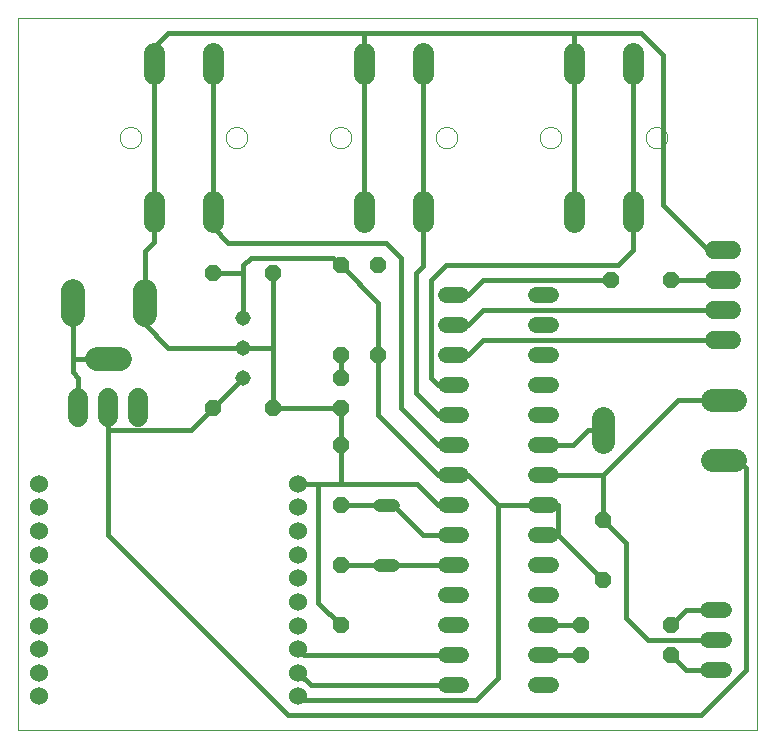
<source format=gbl>
G75*
%MOIN*%
%OFA0B0*%
%FSLAX24Y24*%
%IPPOS*%
%LPD*%
%AMOC8*
5,1,8,0,0,1.08239X$1,22.5*
%
%ADD10C,0.0000*%
%ADD11C,0.0520*%
%ADD12C,0.0440*%
%ADD13OC8,0.0520*%
%ADD14C,0.0600*%
%ADD15C,0.0705*%
%ADD16C,0.0780*%
%ADD17C,0.0600*%
%ADD18C,0.0515*%
%ADD19C,0.0787*%
%ADD20C,0.0650*%
%ADD21C,0.0160*%
D10*
X001300Y002006D02*
X001300Y025752D01*
X025920Y025752D01*
X025920Y002006D01*
X001300Y002006D01*
X004675Y021756D02*
X004677Y021793D01*
X004683Y021830D01*
X004692Y021866D01*
X004706Y021900D01*
X004723Y021933D01*
X004743Y021965D01*
X004766Y021994D01*
X004792Y022020D01*
X004821Y022043D01*
X004852Y022063D01*
X004886Y022080D01*
X004920Y022094D01*
X004956Y022103D01*
X004993Y022109D01*
X005030Y022111D01*
X005067Y022109D01*
X005104Y022103D01*
X005140Y022094D01*
X005174Y022080D01*
X005207Y022063D01*
X005239Y022043D01*
X005268Y022020D01*
X005294Y021994D01*
X005317Y021965D01*
X005337Y021934D01*
X005354Y021900D01*
X005368Y021866D01*
X005377Y021830D01*
X005383Y021793D01*
X005385Y021756D01*
X005383Y021719D01*
X005377Y021682D01*
X005368Y021646D01*
X005354Y021612D01*
X005337Y021579D01*
X005317Y021547D01*
X005294Y021518D01*
X005268Y021492D01*
X005239Y021469D01*
X005208Y021449D01*
X005174Y021432D01*
X005140Y021418D01*
X005104Y021409D01*
X005067Y021403D01*
X005030Y021401D01*
X004993Y021403D01*
X004956Y021409D01*
X004920Y021418D01*
X004886Y021432D01*
X004853Y021449D01*
X004821Y021469D01*
X004792Y021492D01*
X004766Y021518D01*
X004743Y021547D01*
X004723Y021578D01*
X004706Y021612D01*
X004692Y021646D01*
X004683Y021682D01*
X004677Y021719D01*
X004675Y021756D01*
X008215Y021756D02*
X008217Y021793D01*
X008223Y021830D01*
X008232Y021866D01*
X008246Y021900D01*
X008263Y021933D01*
X008283Y021965D01*
X008306Y021994D01*
X008332Y022020D01*
X008361Y022043D01*
X008392Y022063D01*
X008426Y022080D01*
X008460Y022094D01*
X008496Y022103D01*
X008533Y022109D01*
X008570Y022111D01*
X008607Y022109D01*
X008644Y022103D01*
X008680Y022094D01*
X008714Y022080D01*
X008747Y022063D01*
X008779Y022043D01*
X008808Y022020D01*
X008834Y021994D01*
X008857Y021965D01*
X008877Y021934D01*
X008894Y021900D01*
X008908Y021866D01*
X008917Y021830D01*
X008923Y021793D01*
X008925Y021756D01*
X008923Y021719D01*
X008917Y021682D01*
X008908Y021646D01*
X008894Y021612D01*
X008877Y021579D01*
X008857Y021547D01*
X008834Y021518D01*
X008808Y021492D01*
X008779Y021469D01*
X008748Y021449D01*
X008714Y021432D01*
X008680Y021418D01*
X008644Y021409D01*
X008607Y021403D01*
X008570Y021401D01*
X008533Y021403D01*
X008496Y021409D01*
X008460Y021418D01*
X008426Y021432D01*
X008393Y021449D01*
X008361Y021469D01*
X008332Y021492D01*
X008306Y021518D01*
X008283Y021547D01*
X008263Y021578D01*
X008246Y021612D01*
X008232Y021646D01*
X008223Y021682D01*
X008217Y021719D01*
X008215Y021756D01*
X011675Y021756D02*
X011677Y021793D01*
X011683Y021830D01*
X011692Y021866D01*
X011706Y021900D01*
X011723Y021933D01*
X011743Y021965D01*
X011766Y021994D01*
X011792Y022020D01*
X011821Y022043D01*
X011852Y022063D01*
X011886Y022080D01*
X011920Y022094D01*
X011956Y022103D01*
X011993Y022109D01*
X012030Y022111D01*
X012067Y022109D01*
X012104Y022103D01*
X012140Y022094D01*
X012174Y022080D01*
X012207Y022063D01*
X012239Y022043D01*
X012268Y022020D01*
X012294Y021994D01*
X012317Y021965D01*
X012337Y021934D01*
X012354Y021900D01*
X012368Y021866D01*
X012377Y021830D01*
X012383Y021793D01*
X012385Y021756D01*
X012383Y021719D01*
X012377Y021682D01*
X012368Y021646D01*
X012354Y021612D01*
X012337Y021579D01*
X012317Y021547D01*
X012294Y021518D01*
X012268Y021492D01*
X012239Y021469D01*
X012208Y021449D01*
X012174Y021432D01*
X012140Y021418D01*
X012104Y021409D01*
X012067Y021403D01*
X012030Y021401D01*
X011993Y021403D01*
X011956Y021409D01*
X011920Y021418D01*
X011886Y021432D01*
X011853Y021449D01*
X011821Y021469D01*
X011792Y021492D01*
X011766Y021518D01*
X011743Y021547D01*
X011723Y021578D01*
X011706Y021612D01*
X011692Y021646D01*
X011683Y021682D01*
X011677Y021719D01*
X011675Y021756D01*
X015215Y021756D02*
X015217Y021793D01*
X015223Y021830D01*
X015232Y021866D01*
X015246Y021900D01*
X015263Y021933D01*
X015283Y021965D01*
X015306Y021994D01*
X015332Y022020D01*
X015361Y022043D01*
X015392Y022063D01*
X015426Y022080D01*
X015460Y022094D01*
X015496Y022103D01*
X015533Y022109D01*
X015570Y022111D01*
X015607Y022109D01*
X015644Y022103D01*
X015680Y022094D01*
X015714Y022080D01*
X015747Y022063D01*
X015779Y022043D01*
X015808Y022020D01*
X015834Y021994D01*
X015857Y021965D01*
X015877Y021934D01*
X015894Y021900D01*
X015908Y021866D01*
X015917Y021830D01*
X015923Y021793D01*
X015925Y021756D01*
X015923Y021719D01*
X015917Y021682D01*
X015908Y021646D01*
X015894Y021612D01*
X015877Y021579D01*
X015857Y021547D01*
X015834Y021518D01*
X015808Y021492D01*
X015779Y021469D01*
X015748Y021449D01*
X015714Y021432D01*
X015680Y021418D01*
X015644Y021409D01*
X015607Y021403D01*
X015570Y021401D01*
X015533Y021403D01*
X015496Y021409D01*
X015460Y021418D01*
X015426Y021432D01*
X015393Y021449D01*
X015361Y021469D01*
X015332Y021492D01*
X015306Y021518D01*
X015283Y021547D01*
X015263Y021578D01*
X015246Y021612D01*
X015232Y021646D01*
X015223Y021682D01*
X015217Y021719D01*
X015215Y021756D01*
X018675Y021756D02*
X018677Y021793D01*
X018683Y021830D01*
X018692Y021866D01*
X018706Y021900D01*
X018723Y021933D01*
X018743Y021965D01*
X018766Y021994D01*
X018792Y022020D01*
X018821Y022043D01*
X018852Y022063D01*
X018886Y022080D01*
X018920Y022094D01*
X018956Y022103D01*
X018993Y022109D01*
X019030Y022111D01*
X019067Y022109D01*
X019104Y022103D01*
X019140Y022094D01*
X019174Y022080D01*
X019207Y022063D01*
X019239Y022043D01*
X019268Y022020D01*
X019294Y021994D01*
X019317Y021965D01*
X019337Y021934D01*
X019354Y021900D01*
X019368Y021866D01*
X019377Y021830D01*
X019383Y021793D01*
X019385Y021756D01*
X019383Y021719D01*
X019377Y021682D01*
X019368Y021646D01*
X019354Y021612D01*
X019337Y021579D01*
X019317Y021547D01*
X019294Y021518D01*
X019268Y021492D01*
X019239Y021469D01*
X019208Y021449D01*
X019174Y021432D01*
X019140Y021418D01*
X019104Y021409D01*
X019067Y021403D01*
X019030Y021401D01*
X018993Y021403D01*
X018956Y021409D01*
X018920Y021418D01*
X018886Y021432D01*
X018853Y021449D01*
X018821Y021469D01*
X018792Y021492D01*
X018766Y021518D01*
X018743Y021547D01*
X018723Y021578D01*
X018706Y021612D01*
X018692Y021646D01*
X018683Y021682D01*
X018677Y021719D01*
X018675Y021756D01*
X022215Y021756D02*
X022217Y021793D01*
X022223Y021830D01*
X022232Y021866D01*
X022246Y021900D01*
X022263Y021933D01*
X022283Y021965D01*
X022306Y021994D01*
X022332Y022020D01*
X022361Y022043D01*
X022392Y022063D01*
X022426Y022080D01*
X022460Y022094D01*
X022496Y022103D01*
X022533Y022109D01*
X022570Y022111D01*
X022607Y022109D01*
X022644Y022103D01*
X022680Y022094D01*
X022714Y022080D01*
X022747Y022063D01*
X022779Y022043D01*
X022808Y022020D01*
X022834Y021994D01*
X022857Y021965D01*
X022877Y021934D01*
X022894Y021900D01*
X022908Y021866D01*
X022917Y021830D01*
X022923Y021793D01*
X022925Y021756D01*
X022923Y021719D01*
X022917Y021682D01*
X022908Y021646D01*
X022894Y021612D01*
X022877Y021579D01*
X022857Y021547D01*
X022834Y021518D01*
X022808Y021492D01*
X022779Y021469D01*
X022748Y021449D01*
X022714Y021432D01*
X022680Y021418D01*
X022644Y021409D01*
X022607Y021403D01*
X022570Y021401D01*
X022533Y021403D01*
X022496Y021409D01*
X022460Y021418D01*
X022426Y021432D01*
X022393Y021449D01*
X022361Y021469D01*
X022332Y021492D01*
X022306Y021518D01*
X022283Y021547D01*
X022263Y021578D01*
X022246Y021612D01*
X022232Y021646D01*
X022223Y021682D01*
X022217Y021719D01*
X022215Y021756D01*
D11*
X019060Y016506D02*
X018540Y016506D01*
X018540Y015506D02*
X019060Y015506D01*
X019060Y014506D02*
X018540Y014506D01*
X018540Y013506D02*
X019060Y013506D01*
X019060Y012506D02*
X018540Y012506D01*
X018540Y011506D02*
X019060Y011506D01*
X019060Y010506D02*
X018540Y010506D01*
X018540Y009506D02*
X019060Y009506D01*
X019060Y008506D02*
X018540Y008506D01*
X018540Y007506D02*
X019060Y007506D01*
X019060Y006506D02*
X018540Y006506D01*
X018540Y005506D02*
X019060Y005506D01*
X019060Y004506D02*
X018540Y004506D01*
X018540Y003506D02*
X019060Y003506D01*
X016060Y003506D02*
X015540Y003506D01*
X015540Y004506D02*
X016060Y004506D01*
X016060Y005506D02*
X015540Y005506D01*
X015540Y006506D02*
X016060Y006506D01*
X016060Y007506D02*
X015540Y007506D01*
X015540Y008506D02*
X016060Y008506D01*
X016060Y009506D02*
X015540Y009506D01*
X015540Y010506D02*
X016060Y010506D01*
X016060Y011506D02*
X015540Y011506D01*
X015540Y012506D02*
X016060Y012506D01*
X016060Y013506D02*
X015540Y013506D01*
X015540Y014506D02*
X016060Y014506D01*
X016060Y015506D02*
X015540Y015506D01*
X015540Y016506D02*
X016060Y016506D01*
X024290Y006006D02*
X024810Y006006D01*
X024810Y005006D02*
X024290Y005006D01*
X024290Y004006D02*
X024810Y004006D01*
D12*
X013770Y007506D02*
X013330Y007506D01*
X013330Y009506D02*
X013770Y009506D01*
D13*
X012050Y009506D03*
X012050Y007506D03*
X012050Y005506D03*
X012050Y011506D03*
X012050Y012756D03*
X012050Y013756D03*
X012050Y014506D03*
X013300Y014506D03*
X013300Y017506D03*
X012050Y017506D03*
X009800Y017256D03*
X007800Y017256D03*
X007800Y012756D03*
X009800Y012756D03*
X020050Y005506D03*
X020050Y004506D03*
X020800Y007006D03*
X020800Y009006D03*
X023050Y005506D03*
X023050Y004506D03*
X023050Y017006D03*
X021050Y017006D03*
D14*
X024500Y017006D02*
X025100Y017006D01*
X025100Y016006D02*
X024500Y016006D01*
X024500Y015006D02*
X025100Y015006D01*
X025100Y018006D02*
X024500Y018006D01*
D15*
X021780Y018944D02*
X021780Y019649D01*
X019820Y019649D02*
X019820Y018944D01*
X019820Y023864D02*
X019820Y024569D01*
X021780Y024569D02*
X021780Y023864D01*
X014780Y023864D02*
X014780Y024569D01*
X012820Y024569D02*
X012820Y023864D01*
X012820Y019649D02*
X012820Y018944D01*
X014780Y018944D02*
X014780Y019649D01*
X007780Y019649D02*
X007780Y018944D01*
X005820Y018944D02*
X005820Y019649D01*
X005820Y023864D02*
X005820Y024569D01*
X007780Y024569D02*
X007780Y023864D01*
D16*
X020800Y012396D02*
X020800Y011616D01*
X024410Y011006D02*
X025190Y011006D01*
X025190Y013006D02*
X024410Y013006D01*
D17*
X010631Y010219D03*
X010631Y009431D03*
X010631Y008644D03*
X010631Y007857D03*
X010631Y007069D03*
X010631Y006282D03*
X010631Y005494D03*
X010631Y004707D03*
X010631Y003920D03*
X010631Y003132D03*
X001969Y003132D03*
X001969Y003920D03*
X001969Y004707D03*
X001969Y005494D03*
X001969Y006282D03*
X001969Y007069D03*
X001969Y007857D03*
X001969Y008644D03*
X001969Y009431D03*
X001969Y010219D03*
D18*
X008800Y013756D03*
X008800Y014756D03*
X008800Y015756D03*
D19*
X005520Y015862D02*
X005520Y016650D01*
X004694Y014366D02*
X003906Y014366D01*
X003119Y015862D02*
X003119Y016650D01*
D20*
X003300Y013081D02*
X003300Y012431D01*
X004300Y012431D02*
X004300Y013081D01*
X005300Y013081D02*
X005300Y012431D01*
D21*
X004300Y012756D02*
X004300Y012006D01*
X007050Y012006D01*
X007800Y012756D01*
X008800Y013756D01*
X008800Y014756D02*
X009800Y014756D01*
X009800Y012756D01*
X012050Y012756D01*
X012050Y011506D01*
X012050Y010219D01*
X014587Y010219D01*
X015300Y009506D01*
X015800Y009506D01*
X015800Y008506D02*
X014800Y008506D01*
X013800Y009506D01*
X013550Y009506D01*
X012050Y009506D01*
X012050Y010219D02*
X011300Y010219D01*
X010631Y010219D01*
X011300Y010219D02*
X011300Y006256D01*
X012050Y005506D01*
X010831Y004506D02*
X015800Y004506D01*
X015800Y003506D02*
X011044Y003506D01*
X010631Y003920D01*
X010831Y004506D02*
X010631Y004707D01*
X010631Y003132D02*
X010757Y003006D01*
X016550Y003006D01*
X017300Y003756D01*
X017300Y009506D01*
X016300Y010506D01*
X015800Y010506D01*
X015300Y010506D01*
X013300Y012506D01*
X013300Y014506D01*
X013300Y016256D01*
X012050Y017506D01*
X011800Y017756D01*
X009050Y017756D01*
X008800Y017506D01*
X008800Y017256D01*
X007800Y017256D01*
X008800Y017256D02*
X008800Y015756D01*
X008800Y014756D02*
X006300Y014756D01*
X005520Y015536D01*
X005520Y016256D01*
X005520Y017977D01*
X005820Y018276D01*
X005820Y019296D01*
X005820Y024216D01*
X005820Y024776D01*
X006300Y025256D01*
X012820Y025256D01*
X012820Y024216D01*
X012820Y019296D01*
X013550Y018256D02*
X009550Y018256D01*
X009050Y018256D01*
X008300Y018256D01*
X007780Y018776D01*
X007780Y019296D01*
X007780Y024216D01*
X012820Y025256D02*
X019820Y025256D01*
X019820Y024216D01*
X019820Y019296D01*
X021300Y017506D02*
X021800Y018006D01*
X021800Y020026D01*
X021780Y019296D01*
X021780Y024216D01*
X022800Y024506D02*
X022800Y019506D01*
X024300Y018006D01*
X024800Y018006D01*
X024800Y017006D02*
X023050Y017006D01*
X021300Y017506D02*
X015550Y017506D01*
X015050Y017006D01*
X015050Y013756D01*
X015300Y013506D01*
X015800Y013506D01*
X015800Y012506D02*
X015300Y012506D01*
X014550Y013256D01*
X014550Y017256D01*
X014780Y017486D01*
X014780Y019296D01*
X014780Y024216D01*
X019820Y025256D02*
X022050Y025256D01*
X022800Y024506D01*
X021050Y017006D02*
X016800Y017006D01*
X016300Y016506D01*
X015800Y016506D01*
X015800Y015506D02*
X016300Y015506D01*
X016800Y016006D01*
X024800Y016006D01*
X024800Y015006D02*
X016800Y015006D01*
X016300Y014506D01*
X015800Y014506D01*
X014050Y012756D02*
X014050Y017756D01*
X013550Y018256D01*
X009800Y017256D02*
X009800Y014756D01*
X012050Y014506D02*
X012050Y013756D01*
X014050Y012756D02*
X015300Y011506D01*
X015800Y011506D01*
X017300Y009506D02*
X018800Y009506D01*
X019300Y009506D01*
X019300Y008506D01*
X020800Y007006D01*
X021550Y008256D02*
X021550Y005756D01*
X022300Y005006D01*
X024550Y005006D01*
X024550Y004006D02*
X023550Y004006D01*
X023050Y004506D01*
X023050Y005506D02*
X023550Y006006D01*
X024550Y006006D01*
X025550Y004006D02*
X025550Y010756D01*
X025300Y011006D01*
X024800Y011006D01*
X024800Y013006D02*
X023300Y013006D01*
X020800Y010506D01*
X020800Y009006D01*
X021550Y008256D01*
X019300Y008506D02*
X018800Y008506D01*
X018800Y010506D02*
X020800Y010506D01*
X019800Y011506D02*
X020300Y012006D01*
X020800Y012006D01*
X019800Y011506D02*
X018800Y011506D01*
X015800Y007506D02*
X013550Y007506D01*
X012050Y007506D01*
X010300Y002506D02*
X024050Y002506D01*
X025550Y004006D01*
X020050Y004506D02*
X018800Y004506D01*
X018800Y005506D02*
X020050Y005506D01*
X010300Y002506D02*
X004300Y008506D01*
X004300Y012006D01*
X003300Y012756D02*
X003300Y013756D01*
X003119Y013937D01*
X003119Y014366D01*
X004300Y014366D01*
X003119Y014366D02*
X003119Y016256D01*
M02*

</source>
